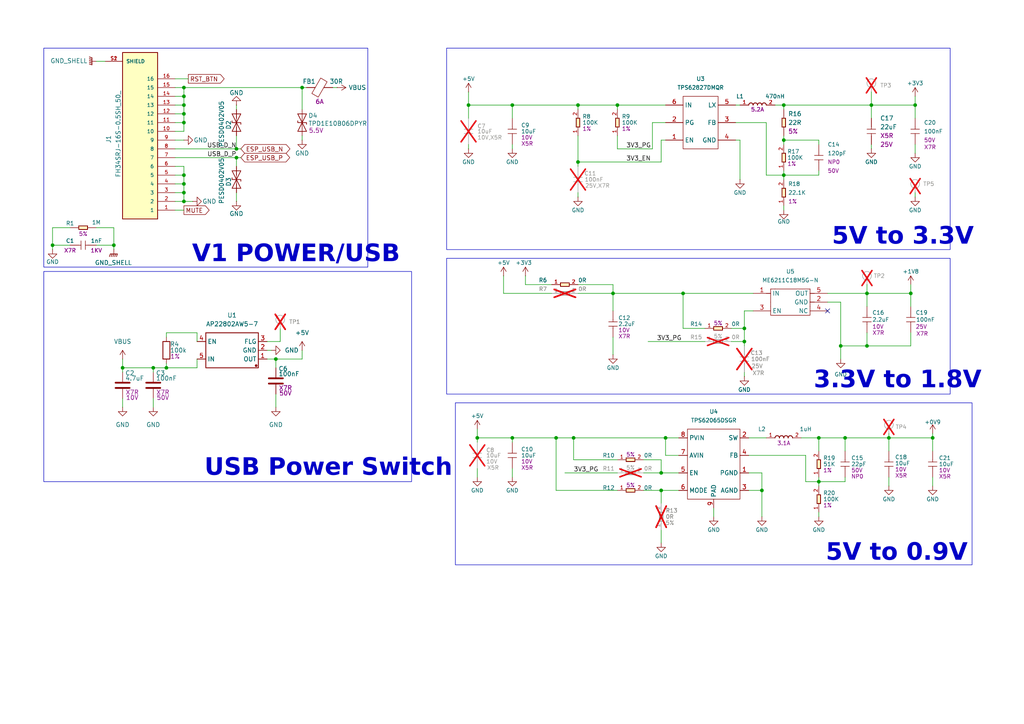
<source format=kicad_sch>
(kicad_sch (version 20250114) (generator "eeschema") (generator_version "9.0")
  (paper "A4")
  (title_block (title "Home mini drop in PCB replacement") (rev "v1") (company "by iMike78 (inpired by Onju voice and HA VPE)"))
  (rectangle (start 12.7 13.97) (end 106.68 77.47))
  (rectangle (start 129.54 74.93) (end 275.59 114.3))
  (rectangle (start 12.7 78.74) (end 119.38 139.7))
  (rectangle (start 132.08 116.84) (end 281.94 163.83))
  (rectangle (start 129.54 13.97) (end 275.59 72.39))
  (text "V1 POWER/USB" (at 85.852 75.184 0) (effects (font (size 5 5) (bold yes))))
  (text "USB Power Switch" (at 95.25 137.16 0) (effects (font (size 5 5) (bold yes))))
  (text "3.3V to 1.8V" (at 260.35 111.76 0) (effects (font (size 5 5) (bold yes))))
  (text "5V to 3.3V" (at 261.874 70.104 0) (effects (font (size 5 5) (bold yes))))
  (text "5V to 0.9V" (at 260.096 161.798 0) (effects (font (size 5 5) (bold yes))))
  (junction (at 53.34 33.02))
  (junction (at 167.64 30.48))
  (junction (at 251.46 85.09))
  (junction (at 237.49 127))
  (junction (at 80.01 104.14))
  (junction (at 265.43 30.48))
  (junction (at 243.84 100.33))
  (junction (at 53.34 30.48))
  (junction (at 193.04 127))
  (junction (at 166.37 127))
  (junction (at 220.98 142.24))
  (junction (at 87.63 25.4))
  (junction (at 135.89 30.48))
  (junction (at 227.33 40.64))
  (junction (at 215.9 95.25))
  (junction (at 48.26 106.68))
  (junction (at 33.02 71.12))
  (junction (at 53.34 53.34))
  (junction (at 264.16 85.09))
  (junction (at 161.29 127))
  (junction (at 237.49 139.7))
  (junction (at 138.43 127))
  (junction (at 148.59 30.48))
  (junction (at 68.58 43.18))
  (junction (at 227.33 30.48))
  (junction (at 215.9 99.06))
  (junction (at 68.58 45.72))
  (junction (at 53.34 27.94))
  (junction (at 191.77 142.24))
  (junction (at 270.51 127))
  (junction (at 53.34 58.42))
  (junction (at 251.46 100.33))
  (junction (at 148.59 127))
  (junction (at 198.12 85.09))
  (junction (at 167.64 46.99))
  (junction (at 53.34 35.56))
  (junction (at 44.45 106.68))
  (junction (at 53.34 55.88))
  (junction (at 257.81 127))
  (junction (at 252.73 30.48))
  (junction (at 191.77 137.16))
  (junction (at 227.33 50.8))
  (junction (at 15.24 71.12))
  (junction (at 245.11 127))
  (junction (at 35.56 106.68))
  (junction (at 53.34 25.4))
  (junction (at 53.34 50.8))
  (junction (at 179.07 30.48))
  (junction (at 177.8 85.09))
  (no_connect (at 240.03 90.17))
  (wire (pts (xy 191.77 153.67) (xy 191.77 157.48)))
  (wire (pts (xy 87.63 39.37) (xy 87.63 40.64)))
  (wire (pts (xy 213.36 35.56) (xy 222.25 35.56)))
  (wire (pts (xy 257.81 138.43) (xy 257.81 140.97)))
  (wire (pts (xy 220.98 142.24) (xy 220.98 149.86)))
  (wire (pts (xy 196.85 127) (xy 193.04 127)))
  (wire (pts (xy 237.49 49.53) (xy 237.49 50.8)))
  (wire (pts (xy 227.33 59.69) (xy 227.33 60.96)))
  (wire (pts (xy 148.59 127) (xy 148.59 128.27)))
  (wire (pts (xy 20.32 66.04) (xy 15.24 66.04)))
  (wire (pts (xy 48.26 105.41) (xy 48.26 106.68)))
  (wire (pts (xy 57.15 106.68) (xy 57.15 104.14)))
  (wire (pts (xy 44.45 106.68) (xy 48.26 106.68)))
  (wire (pts (xy 152.4 80.01) (xy 152.4 82.55)))
  (wire (pts (xy 177.8 97.79) (xy 177.8 102.87)))
  (wire (pts (xy 215.9 90.17) (xy 215.9 95.25)))
  (wire (pts (xy 251.46 82.55) (xy 251.46 85.09)))
  (wire (pts (xy 167.64 55.88) (xy 167.64 57.15)))
  (wire (pts (xy 68.58 31.75) (xy 68.58 30.48)))
  (wire (pts (xy 264.16 96.52) (xy 264.16 100.33)))
  (wire (pts (xy 191.77 40.64) (xy 193.04 40.64)))
  (wire (pts (xy 77.47 101.6) (xy 78.74 101.6)))
  (wire (pts (xy 245.11 127) (xy 245.11 130.81)))
  (wire (pts (xy 48.26 97.79) (xy 48.26 96.52)))
  (wire (pts (xy 189.23 35.56) (xy 189.23 43.18)))
  (wire (pts (xy 215.9 107.95) (xy 215.9 109.22)))
  (wire (pts (xy 163.83 137.16) (xy 179.07 137.16)))
  (wire (pts (xy 50.8 33.02) (xy 53.34 33.02)))
  (wire (pts (xy 270.51 138.43) (xy 270.51 140.97)))
  (wire (pts (xy 50.8 43.18) (xy 68.58 43.18)))
  (wire (pts (xy 68.58 55.88) (xy 68.58 58.42)))
  (wire (pts (xy 50.8 25.4) (xy 53.34 25.4)))
  (wire (pts (xy 53.34 50.8) (xy 53.34 53.34)))
  (wire (pts (xy 48.26 106.68) (xy 57.15 106.68)))
  (wire (pts (xy 232.41 127) (xy 237.49 127)))
  (wire (pts (xy 251.46 85.09) (xy 264.16 85.09)))
  (wire (pts (xy 35.56 115.57) (xy 35.56 118.11)))
  (wire (pts (xy 179.07 43.18) (xy 189.23 43.18)))
  (wire (pts (xy 50.8 40.64) (xy 53.34 40.64)))
  (wire (pts (xy 227.33 30.48) (xy 252.73 30.48)))
  (wire (pts (xy 161.29 127) (xy 166.37 127)))
  (wire (pts (xy 167.64 46.99) (xy 191.77 46.99)))
  (wire (pts (xy 53.34 58.42) (xy 55.88 58.42)))
  (wire (pts (xy 252.73 26.67) (xy 252.73 30.48)))
  (wire (pts (xy 50.8 48.26) (xy 53.34 48.26)))
  (wire (pts (xy 148.59 30.48) (xy 167.64 30.48)))
  (wire (pts (xy 251.46 85.09) (xy 251.46 88.9)))
  (wire (pts (xy 50.8 27.94) (xy 53.34 27.94)))
  (wire (pts (xy 264.16 82.55) (xy 264.16 85.09)))
  (wire (pts (xy 68.58 45.72) (xy 68.58 48.26)))
  (wire (pts (xy 252.73 30.48) (xy 265.43 30.48)))
  (wire (pts (xy 35.56 107.95) (xy 35.56 106.68)))
  (wire (pts (xy 179.07 30.48) (xy 179.07 31.75)))
  (wire (pts (xy 27.94 66.04) (xy 33.02 66.04)))
  (wire (pts (xy 191.77 142.24) (xy 196.85 142.24)))
  (wire (pts (xy 50.8 58.42) (xy 53.34 58.42)))
  (wire (pts (xy 50.8 35.56) (xy 53.34 35.56)))
  (wire (pts (xy 257.81 127) (xy 257.81 130.81)))
  (wire (pts (xy 224.79 30.48) (xy 227.33 30.48)))
  (wire (pts (xy 227.33 30.48) (xy 227.33 31.75)))
  (wire (pts (xy 252.73 41.91) (xy 252.73 43.18)))
  (wire (pts (xy 44.45 106.68) (xy 44.45 107.95)))
  (wire (pts (xy 217.17 137.16) (xy 220.98 137.16)))
  (wire (pts (xy 243.84 100.33) (xy 243.84 104.14)))
  (wire (pts (xy 204.47 95.25) (xy 198.12 95.25)))
  (wire (pts (xy 222.25 127) (xy 217.17 127)))
  (wire (pts (xy 50.8 55.88) (xy 53.34 55.88)))
  (wire (pts (xy 148.59 30.48) (xy 148.59 34.29)))
  (wire (pts (xy 243.84 87.63) (xy 240.03 87.63)))
  (wire (pts (xy 222.25 50.8) (xy 227.33 50.8)))
  (wire (pts (xy 77.47 99.06) (xy 81.28 99.06)))
  (wire (pts (xy 177.8 85.09) (xy 177.8 90.17)))
  (wire (pts (xy 187.96 99.06) (xy 204.47 99.06)))
  (wire (pts (xy 240.03 85.09) (xy 251.46 85.09)))
  (wire (pts (xy 148.59 127) (xy 161.29 127)))
  (wire (pts (xy 251.46 100.33) (xy 264.16 100.33)))
  (wire (pts (xy 227.33 50.8) (xy 227.33 52.07)))
  (wire (pts (xy 15.24 71.12) (xy 15.24 72.39)))
  (wire (pts (xy 218.44 90.17) (xy 215.9 90.17)))
  (wire (pts (xy 152.4 82.55) (xy 160.02 82.55)))
  (wire (pts (xy 53.34 27.94) (xy 53.34 30.48)))
  (wire (pts (xy 50.8 50.8) (xy 53.34 50.8)))
  (wire (pts (xy 191.77 133.35) (xy 191.77 137.16)))
  (wire (pts (xy 53.34 53.34) (xy 53.34 55.88)))
  (wire (pts (xy 135.89 41.91) (xy 135.89 43.18)))
  (wire (pts (xy 135.89 30.48) (xy 135.89 34.29)))
  (wire (pts (xy 186.69 133.35) (xy 191.77 133.35)))
  (wire (pts (xy 233.68 139.7) (xy 237.49 139.7)))
  (wire (pts (xy 193.04 132.08) (xy 193.04 127)))
  (wire (pts (xy 146.05 85.09) (xy 160.02 85.09)))
  (wire (pts (xy 237.49 50.8) (xy 227.33 50.8)))
  (wire (pts (xy 80.01 104.14) (xy 80.01 106.68)))
  (wire (pts (xy 50.8 60.96) (xy 53.34 60.96)))
  (wire (pts (xy 227.33 40.64) (xy 227.33 41.91)))
  (wire (pts (xy 53.34 33.02) (xy 53.34 35.56)))
  (wire (pts (xy 193.04 35.56) (xy 189.23 35.56)))
  (wire (pts (xy 15.24 71.12) (xy 20.32 71.12)))
  (wire (pts (xy 237.49 148.59) (xy 237.49 149.86)))
  (wire (pts (xy 270.51 125.73) (xy 270.51 127)))
  (wire (pts (xy 68.58 39.37) (xy 68.58 43.18)))
  (wire (pts (xy 237.49 41.91) (xy 237.49 40.64)))
  (wire (pts (xy 227.33 49.53) (xy 227.33 50.8)))
  (wire (pts (xy 252.73 30.48) (xy 252.73 34.29)))
  (wire (pts (xy 167.64 46.99) (xy 167.64 48.26)))
  (wire (pts (xy 53.34 25.4) (xy 87.63 25.4)))
  (wire (pts (xy 265.43 41.91) (xy 265.43 44.45)))
  (wire (pts (xy 53.34 25.4) (xy 53.34 27.94)))
  (wire (pts (xy 44.45 115.57) (xy 44.45 118.11)))
  (wire (pts (xy 48.26 96.52) (xy 57.15 96.52)))
  (wire (pts (xy 53.34 38.1) (xy 53.34 35.56)))
  (wire (pts (xy 217.17 142.24) (xy 220.98 142.24)))
  (wire (pts (xy 217.17 132.08) (xy 233.68 132.08)))
  (wire (pts (xy 237.49 127) (xy 237.49 130.81)))
  (wire (pts (xy 35.56 104.14) (xy 35.56 106.68)))
  (wire (pts (xy 265.43 30.48) (xy 265.43 34.29)))
  (wire (pts (xy 166.37 133.35) (xy 166.37 127)))
  (wire (pts (xy 243.84 87.63) (xy 243.84 100.33)))
  (wire (pts (xy 191.77 137.16) (xy 196.85 137.16)))
  (wire (pts (xy 138.43 124.46) (xy 138.43 127)))
  (wire (pts (xy 148.59 30.48) (xy 135.89 30.48)))
  (wire (pts (xy 186.69 142.24) (xy 191.77 142.24)))
  (wire (pts (xy 27.94 17.78) (xy 30.48 17.78)))
  (wire (pts (xy 148.59 135.89) (xy 148.59 138.43)))
  (wire (pts (xy 57.15 96.52) (xy 57.15 99.06)))
  (wire (pts (xy 245.11 127) (xy 237.49 127)))
  (wire (pts (xy 213.36 40.64) (xy 214.63 40.64)))
  (wire (pts (xy 215.9 95.25) (xy 215.9 99.06)))
  (wire (pts (xy 233.68 132.08) (xy 233.68 139.7)))
  (wire (pts (xy 270.51 127) (xy 270.51 130.81)))
  (wire (pts (xy 77.47 104.14) (xy 80.01 104.14)))
  (wire (pts (xy 177.8 82.55) (xy 177.8 85.09)))
  (wire (pts (xy 15.24 66.04) (xy 15.24 71.12)))
  (wire (pts (xy 167.64 85.09) (xy 177.8 85.09)))
  (wire (pts (xy 215.9 99.06) (xy 215.9 100.33)))
  (wire (pts (xy 53.34 30.48) (xy 53.34 33.02)))
  (wire (pts (xy 87.63 104.14) (xy 80.01 104.14)))
  (wire (pts (xy 167.64 39.37) (xy 167.64 46.99)))
  (wire (pts (xy 68.58 45.72) (xy 69.85 45.72)))
  (wire (pts (xy 222.25 35.56) (xy 222.25 50.8)))
  (wire (pts (xy 265.43 55.88) (xy 265.43 57.15)))
  (wire (pts (xy 212.09 99.06) (xy 215.9 99.06)))
  (wire (pts (xy 237.49 40.64) (xy 227.33 40.64)))
  (wire (pts (xy 87.63 25.4) (xy 87.63 31.75)))
  (wire (pts (xy 27.94 71.12) (xy 33.02 71.12)))
  (wire (pts (xy 264.16 85.09) (xy 264.16 88.9)))
  (wire (pts (xy 186.69 137.16) (xy 191.77 137.16)))
  (wire (pts (xy 68.58 43.18) (xy 69.85 43.18)))
  (wire (pts (xy 33.02 71.12) (xy 33.02 72.39)))
  (wire (pts (xy 50.8 38.1) (xy 53.34 38.1)))
  (wire (pts (xy 53.34 48.26) (xy 53.34 50.8)))
  (wire (pts (xy 166.37 127) (xy 193.04 127)))
  (wire (pts (xy 227.33 39.37) (xy 227.33 40.64)))
  (wire (pts (xy 35.56 106.68) (xy 44.45 106.68)))
  (wire (pts (xy 198.12 85.09) (xy 218.44 85.09)))
  (wire (pts (xy 138.43 127) (xy 148.59 127)))
  (wire (pts (xy 179.07 133.35) (xy 166.37 133.35)))
  (wire (pts (xy 207.01 147.32) (xy 207.01 149.86)))
  (wire (pts (xy 193.04 132.08) (xy 196.85 132.08)))
  (wire (pts (xy 146.05 80.01) (xy 146.05 85.09)))
  (wire (pts (xy 167.64 30.48) (xy 179.07 30.48)))
  (wire (pts (xy 213.36 30.48) (xy 214.63 30.48)))
  (wire (pts (xy 50.8 53.34) (xy 53.34 53.34)))
  (wire (pts (xy 245.11 138.43) (xy 245.11 139.7)))
  (wire (pts (xy 53.34 55.88) (xy 53.34 58.42)))
  (wire (pts (xy 50.8 30.48) (xy 53.34 30.48)))
  (wire (pts (xy 135.89 26.67) (xy 135.89 30.48)))
  (wire (pts (xy 96.52 25.4) (xy 97.79 25.4)))
  (wire (pts (xy 167.64 82.55) (xy 177.8 82.55)))
  (wire (pts (xy 161.29 142.24) (xy 161.29 127)))
  (wire (pts (xy 138.43 135.89) (xy 138.43 138.43)))
  (wire (pts (xy 50.8 45.72) (xy 68.58 45.72)))
  (wire (pts (xy 50.8 22.86) (xy 54.61 22.86)))
  (wire (pts (xy 212.09 95.25) (xy 215.9 95.25)))
  (wire (pts (xy 245.11 139.7) (xy 237.49 139.7)))
  (wire (pts (xy 179.07 30.48) (xy 193.04 30.48)))
  (wire (pts (xy 148.59 41.91) (xy 148.59 43.18)))
  (wire (pts (xy 198.12 95.25) (xy 198.12 85.09)))
  (wire (pts (xy 179.07 142.24) (xy 161.29 142.24)))
  (wire (pts (xy 237.49 139.7) (xy 237.49 140.97)))
  (wire (pts (xy 81.28 99.06) (xy 81.28 95.25)))
  (wire (pts (xy 33.02 66.04) (xy 33.02 71.12)))
  (wire (pts (xy 257.81 127) (xy 245.11 127)))
  (wire (pts (xy 167.64 30.48) (xy 167.64 31.75)))
  (wire (pts (xy 80.01 114.3) (xy 80.01 118.11)))
  (wire (pts (xy 265.43 27.94) (xy 265.43 30.48)))
  (wire (pts (xy 237.49 138.43) (xy 237.49 139.7)))
  (wire (pts (xy 177.8 85.09) (xy 198.12 85.09)))
  (wire (pts (xy 214.63 40.64) (xy 214.63 52.07)))
  (wire (pts (xy 191.77 40.64) (xy 191.77 46.99)))
  (wire (pts (xy 179.07 39.37) (xy 179.07 43.18)))
  (wire (pts (xy 87.63 101.6) (xy 87.63 104.14)))
  (wire (pts (xy 87.63 25.4) (xy 88.9 25.4)))
  (wire (pts (xy 251.46 96.52) (xy 251.46 100.33)))
  (wire (pts (xy 257.81 127) (xy 270.51 127)))
  (wire (pts (xy 257.81 125.73) (xy 257.81 127)))
  (wire (pts (xy 220.98 137.16) (xy 220.98 142.24)))
  (wire (pts (xy 251.46 100.33) (xy 243.84 100.33)))
  (wire (pts (xy 191.77 142.24) (xy 191.77 146.05)))
  (wire (pts (xy 138.43 127) (xy 138.43 128.27)))
  (label "3V3_PG" (at 190.5 99.06 0))
  (label "USB_D_N" (at 68.58 43.18 180))
  (label "USB_D_P" (at 68.58 45.72 180))
  (label "3V3_PG" (at 181.61 43.18 0))
  (label "3V3_EN" (at 181.61 46.99 0))
  (label "3V3_PG" (at 166.37 137.16 0))
  (global_label "ESP_USB_N" (shape bidirectional) (at 69.85 43.18 0) (property "Intersheetrefs" "${INTERSHEET_REFS}" (effects (hide yes))))
  (global_label "RST_BTN" (shape output) (at 54.61 22.86 0) (property "Intersheetrefs" "${INTERSHEET_REFS}" (effects (hide yes))))
  (global_label "MUTE" (shape output) (at 53.34 60.96 0) (property "Intersheetrefs" "${INTERSHEET_REFS}" (effects (hide yes))))
  (global_label "ESP_USB_P" (shape bidirectional) (at 69.85 45.72 0) (property "Intersheetrefs" "${INTERSHEET_REFS}" (effects (hide yes))))
  (symbol (lib_id "power:GND") (at 80.01 118.11 0) (unit 1)
    (property "Reference" "#PWR016" (effects (hide yes)))
    (property "Value" "GND" (at 80.01 123.19 0))
    (property "Description" "Power symbol creates a global label with name \"GND\" , ground" (effects (hide yes)))
  )
  (symbol (lib_id "Seeed_libdb:Capacitors/302010138") (at 265.43 38.1 0) (unit 1)
    (property "Reference" "C20" (at 267.97 35.5599 0) (effects (font (size 1.143 1.143)) (justify left)))
    (property "Value" "100nF" (at 267.97 38.0999 0) (effects (font (size 1.143 1.143)) (justify left)))
    (property "Footprint" "Capacitor_SMD:C_0603_1608Metric" (effects (hide yes)))
    (property "Description" "SMD CAP Ceramic 100nF-50V-10%-X7R;0603" (effects (hide yes)))
    (property "Manufacturer" "YAGEO" (effects (hide yes)))
    (property "MPN" "CC0603KRX7R9BB104" (effects (hide yes)))
    (property "SKU" "302010138" (effects (hide yes)))
    (property "Dielectric" "X7R" (at 269.748 42.672 0) (effects (font (size 1.143 1.143))))
    (property "Part Type" "Ceramic" (effects (hide yes)))
    (property "Voltage Rating" "50V" (at 267.97 40.6399 0) (effects (font (size 1.143 1.143)) (justify left)))
    (property "Temperature" "-55°C to 125°C" (effects (hide yes)))
    (property "LCSC Part #" "C14663" (effects (hide yes)))
    (property "Manufacturer Part" "CC0603KRX7R9BB104" (effects (hide yes)))
    (property "Voltage" "50V" (effects (hide yes)))
  )
  (symbol (lib_id "power:GND") (at 87.63 40.64 0) (unit 1)
    (property "Reference" "#PWR017" (effects (hide yes)))
    (property "Value" "GND" (at 87.63 44.45 0))
    (property "Description" "Power symbol creates a global label with name \"GND\" , ground" (effects (hide yes)))
  )
  (symbol (lib_id "Seeed_libdb:Capacitors/302013252") (at 148.59 38.1 0) (unit 1)
    (property "Reference" "C9" (at 151.13 36.322 0) (effects (font (size 1.143 1.143)) (justify left)))
    (property "Value" "10uF" (at 151.13 38.1 0) (effects (font (size 1.143 1.143)) (justify left)))
    (property "Footprint" "Capacitor_SMD:C_0603_1608Metric" (effects (hide yes)))
    (property "Description" "SMD CAP Ceramic 10uF-10V-10%-X5R;0603" (effects (hide yes)))
    (property "Manufacturer" "Samsung Electro-Mechanics" (effects (hide yes)))
    (property "MPN" "CL10A106KP8NNNC" (effects (hide yes)))
    (property "SKU" "302013252" (effects (hide yes)))
    (property "Dielectric" "X5R" (at 152.908 41.656 0) (effects (font (size 1.143 1.143))))
    (property "Part Type" "Ceramic" (effects (hide yes)))
    (property "Voltage Rating" "10V" (at 151.13 39.878 0) (effects (font (size 1.143 1.143)) (justify left)))
    (property "Temperature" "-55°C to 85°C" (effects (hide yes)))
    (property "LCSC Part #" "C19702" (effects (hide yes)))
    (property "Manufacturer Part" "CL10A106KP8NNNC" (effects (hide yes)))
    (property "Voltage" "10V" (effects (hide yes)))
  )
  (symbol (lib_id "power:GND") (at 220.98 149.86 0) (unit 1)
    (property "Reference" "#PWR034" (effects (hide yes)))
    (property "Value" "GND" (at 220.98 153.67 0) (effects (font (size 1.143 1.143))))
  )
  (symbol (lib_id "Seeed_libdb:Capacitors/302010054") (at 177.8 93.98 0) (unit 1)
    (property "Reference" "C12" (at 179.324 92.2021 0) (effects (font (size 1.143 1.143)) (justify left)))
    (property "Value" "2.2uF" (at 179.324 93.98 0) (effects (font (size 1.143 1.143)) (justify left)))
    (property "Footprint" "Capacitor_SMD:C_0603_1608Metric" (effects (hide yes)))
    (property "Description" "SMD CAP Ceramic 2.2uF-10V-10%-X7R;0603" (effects (hide yes)))
    (property "Manufacturer" "FH (Guangdong Fenghua Advanced Tech)" (effects (hide yes)))
    (property "MPN" "0603B225K160NT" (effects (hide yes)))
    (property "SKU" "302010054" (effects (hide yes)))
    (property "Dielectric" "X7R" (at 181.102 97.536 0) (effects (font (size 1.143 1.143))))
    (property "Part Type" "Ceramic" (effects (hide yes)))
    (property "Voltage Rating" "10V" (at 179.324 95.7581 0) (effects (font (size 1.143 1.143)) (justify left)))
    (property "Temperature" "-55°C to 125°C" (effects (hide yes)))
    (property "LCSC Part #" "C43922" (effects (hide yes)))
    (property "Manufacturer Part" "0603B225K160NT" (effects (hide yes)))
    (property "Voltage" "16V" (effects (hide yes)))
  )
  (symbol (lib_id "power:GND") (at 252.73 43.18 0) (unit 1)
    (property "Reference" "#PWR038" (effects (hide yes)))
    (property "Value" "GND" (at 252.73 46.99 0) (effects (font (size 1.143 1.143))))
  )
  (symbol (lib_id "Seeed_libdb:Inductor/303010172") (at 219.71 30.48 0) (unit 1)
    (property "Reference" "L1" (at 214.63 27.94 0) (effects (font (size 1.143 1.143))))
    (property "Value" "470nH" (at 224.79 27.94 0) (effects (font (size 1.143 1.143))))
    (property "Footprint" "OPL_Inductor:L0806" (effects (hide yes)))
    (property "Description" "SMD Innductor 0.47uH-20%;L2.0*W1.6*H1.0mm" (effects (hide yes)))
    (property "Manufacturer" "Sunlord" (effects (hide yes)))
    (property "MPN" "WPN201610MR47MT" (effects (hide yes)))
    (property "SKU" "303010172" (effects (hide yes)))
    (property "Part Type" "Inductor" (effects (hide yes)))
    (property "Rating" "5.2A" (at 219.71 31.75 0) (effects (font (size 1.143 1.143))))
    (property "Status" "BeagleBone Carrier Board" (effects (hide yes)))
    (property "LCSC Part #" "C97014" (effects (hide yes)))
    (property "Manufacturer Part" "WPN201610MR47MT" (effects (hide yes)))
  )
  (symbol (lib_id "Seeed_libadl:Resistors/301010000") (at 163.83 85.09 0) (unit 1) (dnp yes)
    (property "Reference" "R7" (at 157.48 83.82 0) (effects (font (size 1.143 1.143))))
    (property "Value" "0R" (at 168.91 83.82 0) (effects (font (size 1.143 1.143))))
    (property "Footprint" "Resistor_SMD:R_0402_1005Metric" (effects (hide yes)))
    (property "Description" "SMD RES 0R-5%-1/16W;0402" (effects (hide yes)))
    (property "Manufacturer" "YAGEO" (effects (hide yes)))
    (property "MPN" "RC0402JR-070RL" (effects (hide yes)))
    (property "SKU" "301010000" (effects (hide yes)))
    (property "Resistance" "0R" (effects (hide yes)))
    (property "Tolerance" "5%" (effects (hide yes)))
    (property "Part Type" "RES" (effects (hide yes)))
    (property "Temperature" "-55°C to 155°C" (effects (hide yes)))
  )
  (symbol (lib_id "0_Seeed_Misc:TEST-POINT") (at 265.43 53.34 90) (unit 1) (dnp yes)
    (property "Reference" "TP5" (at 267.716 53.34 90) (effects (font (size 1.143 1.143)) (justify right)))
    (property "Value" "TEST-POINT" (effects (hide yes)))
    (property "Footprint" "TestPoint:TestPoint_Pad_D1.0mm" (effects (hide yes)))
  )
  (symbol (lib_id "Seeed_libadl:Capacitors/302010024") (at 264.16 92.71 0) (unit 1)
    (property "Reference" "C19" (at 265.557 90.678 0) (effects (font (size 1.143 1.143)) (justify left)))
    (property "Value" "100nF" (at 265.684 92.71 0) (effects (font (size 1.143 1.143)) (justify left)))
    (property "Footprint" "Capacitor_SMD:C_0402_1005Metric" (effects (hide yes)))
    (property "Description" "SMD CAP Ceramic 100nF-25V-10%-X7R;0402" (effects (hide yes)))
    (property "Manufacturer" "Samsung Electro-Mechanics" (effects (hide yes)))
    (property "MPN" "CL05B104KO5NNNC" (effects (hide yes)))
    (property "SKU" "302010024" (effects (hide yes)))
    (property "Dielectric" "X7R" (at 267.462 96.774 0) (effects (font (size 1.143 1.143))))
    (property "Part Type" "Ceramic" (effects (hide yes)))
    (property "Voltage Rating" "25V" (at 265.557 94.742 0) (effects (font (size 1.143 1.143)) (justify left)))
    (property "Temperature" "-55°C to 125°C" (effects (hide yes)))
    (property "LCSC Part #" "C1525" (effects (hide yes)))
    (property "Manufacturer Part" "CL05B104KO5NNNC" (effects (hide yes)))
    (property "Voltage" "16V" (effects (hide yes)))
  )
  (symbol (lib_id "power:GND") (at 135.89 43.18 0) (unit 1)
    (property "Reference" "#PWR021" (effects (hide yes)))
    (property "Value" "GND" (at 135.89 46.99 0) (effects (font (size 1.143 1.143))))
  )
  (symbol (lib_id "power:+3V3") (at 152.4 80.01 0) (unit 1)
    (property "Reference" "#PWR027" (effects (hide yes)))
    (property "Value" "+3V3" (at 151.892 76.2 0) (effects (font (size 1.143 1.143))))
  )
  (symbol (lib_id "Seeed_libdb:Capacitors/302013252") (at 257.81 134.62 0) (unit 1)
    (property "Reference" "C18" (at 259.588 132.588 0) (effects (font (size 1.143 1.143)) (justify left)))
    (property "Value" "10uF" (at 259.588 134.366 0) (effects (font (size 1.143 1.143)) (justify left)))
    (property "Footprint" "Capacitor_SMD:C_0603_1608Metric" (effects (hide yes)))
    (property "Description" "SMD CAP Ceramic 10uF-10V-10%-X5R;0603" (effects (hide yes)))
    (property "Manufacturer" "Samsung Electro-Mechanics" (effects (hide yes)))
    (property "MPN" "CL10A106KP8NNNC" (effects (hide yes)))
    (property "SKU" "302013252" (effects (hide yes)))
    (property "Dielectric" "X5R" (at 261.366 137.922 0) (effects (font (size 1.143 1.143))))
    (property "Part Type" "Ceramic" (effects (hide yes)))
    (property "Voltage Rating" "10V" (at 259.588 136.144 0) (effects (font (size 1.143 1.143)) (justify left)))
    (property "Temperature" "-55°C to 85°C" (effects (hide yes)))
    (property "LCSC Part #" "C19702" (effects (hide yes)))
    (property "Manufacturer Part" "CL10A106KP8NNNC" (effects (hide yes)))
    (property "Voltage" "10V" (effects (hide yes)))
  )
  (symbol (lib_id "power:GND") (at 257.81 140.97 0) (unit 1)
    (property "Reference" "#PWR039" (effects (hide yes)))
    (property "Value" "GND" (at 257.81 144.78 0) (effects (font (size 1.143 1.143))))
  )
  (symbol (lib_id "Diode:SZESD9B5.0ST5G") (at 68.58 52.07 270) (unit 1)
    (property "Reference" "D3" (at 66.294 54.102 0) (effects (justify right)))
    (property "Value" "PESD0402V05" (at 64.262 59.182 0) (effects (justify right)))
    (property "Footprint" "Diode_SMD:D_0402_1005Metric" (effects (hide yes)))
    (property "Description" "PESD0402V05, 5V TVS, 0.3pF" (effects (hide yes)))
    (property "Function" "USB" (effects (hide yes)))
    (property "LCSC Part #" "C19626254" (effects (hide yes)))
    (property "Manufacturer" "DOWO" (effects (hide yes)))
    (property "Manufacturer Part" "PESD0402V05" (effects (hide yes)))
    (property "MPN" "PESD0402V05" (effects (hide yes)))
  )
  (symbol (lib_id "New_Library:AP22802AW5-7") (at 67.31 101.6 90) (unit 1)
    (property "Reference" "U1" (at 67.31 91.44 90))
    (property "Value" "AP22802AW5-7" (at 67.31 93.98 90))
    (property "Footprint" "Package_TO_SOT_SMD:SOT-23-5" (effects (hide yes)))
    (property "Manufacturer Part" "AP22802AW5-7" (effects (hide yes)))
    (property "Manufacturer" "DIODES(美台)" (effects (hide yes)))
    (property "Supplier Part" "C211404" (effects (hide yes)))
    (property "Supplier" "LCSC" (effects (hide yes)))
    (property "MANUFACTURER" "Diodes Incorporated" (effects (hide yes)))
    (property "MP" "AP22802AW5-7" (effects (hide yes)))
    (property "LCSC Part #" "C211404" (effects (hide yes)))
    (property "MPN" "AP22802AW5-7" (effects (hide yes)))
  )
  (symbol (lib_id "Seeed_libdb:Resistors/301010321") (at 24.13 66.04 0) (unit 1)
    (property "Reference" "R1" (at 20.32 64.77 0) (effects (font (size 1.143 1.143))))
    (property "Value" "1M" (at 27.94 64.516 0) (effects (font (size 1.143 1.143))))
    (property "Footprint" "Resistor_SMD:R_0805_2012Metric" (effects (hide yes)))
    (property "Description" "SMD RES 1M-5%-1/8W;0805" (effects (hide yes)))
    (property "Manufacturer" "YAGEO" (effects (hide yes)))
    (property "MPN" "RC0805JR-071ML" (effects (hide yes)))
    (property "SKU" "301010321" (effects (hide yes)))
    (property "Resistance" "1M" (effects (hide yes)))
    (property "Part Type" "RES" (effects (hide yes)))
    (property "Power Rating" "5%" (at 24.13 67.818 0) (effects (font (size 1.143 1.143))))
    (property "Status" "Combox Pro" (effects (hide yes)))
    (property "Temperature" "-55°C to 155°C" (effects (hide yes)))
    (property "LCSC Part #" "C107699" (effects (hide yes)))
    (property "Manufacturer Part" "RC0805JR-071ML" (effects (hide yes)))
  )
  (symbol (lib_id "Seeed_libdb:Capacitors/302013252") (at 148.59 132.08 0) (unit 1)
    (property "Reference" "C10" (at 151.13 130.302 0) (effects (font (size 1.143 1.143)) (justify left)))
    (property "Value" "10uF" (at 151.13 132.08 0) (effects (font (size 1.143 1.143)) (justify left)))
    (property "Footprint" "Capacitor_SMD:C_0603_1608Metric" (effects (hide yes)))
    (property "Description" "SMD CAP Ceramic 10uF-10V-10%-X5R;0603" (effects (hide yes)))
    (property "Manufacturer" "Samsung Electro-Mechanics" (effects (hide yes)))
    (property "MPN" "CL10A106KP8NNNC" (effects (hide yes)))
    (property "SKU" "302013252" (effects (hide yes)))
    (property "Dielectric" "X5R" (at 152.908 135.636 0) (effects (font (size 1.143 1.143))))
    (property "Part Type" "Ceramic" (effects (hide yes)))
    (property "Voltage Rating" "10V" (at 151.13 133.858 0) (effects (font (size 1.143 1.143)) (justify left)))
    (property "Temperature" "-55°C to 85°C" (effects (hide yes)))
    (property "LCSC Part #" "C19702" (effects (hide yes)))
    (property "Manufacturer Part" "CL10A106KP8NNNC" (effects (hide yes)))
    (property "Voltage" "10V" (effects (hide yes)))
  )
  (symbol (lib_id "power:GND") (at 237.49 149.86 0) (unit 1)
    (property "Reference" "#PWR036" (effects (hide yes)))
    (property "Value" "GND" (at 237.49 153.67 0) (effects (font (size 1.143 1.143))))
  )
  (symbol (lib_id "power:GND") (at 55.88 58.42 90) (unit 1)
    (property "Reference" "#PWR08" (effects (hide yes)))
    (property "Value" "GND" (at 58.674 58.42 90) (effects (justify right)))
    (property "Description" "Power symbol creates a global label with name \"GND\" , ground" (effects (hide yes)))
  )
  (symbol (lib_id "Seeed_libdb:Ic/TPS62827DMQR") (at 203.2 35.56 0) (unit 1)
    (property "Reference" "U3" (at 203.2 22.86 0) (effects (font (size 1.143 1.143))))
    (property "Value" "TPS62827DMQR" (at 203.2 25.4 0) (effects (font (size 1.143 1.143))))
    (property "Footprint" "Onju:DFN6-0.5-1.5X1.5X0.65MM" (effects (hide yes)))
    (property "Description" "SMD IC PMIC;DC-DC Buck-ADJ-4A,Vin 2.4V to 5.5V,Vout 0.6V to 4V;DFN6" (effects (hide yes)))
    (property "Manufacturer" "Texas Instruments" (effects (hide yes)))
    (property "MPN" "TPS62827DMQR" (effects (hide yes)))
    (property "SKU" "310033232" (effects (hide yes)))
    (property "Part Type" "DCDC" (effects (hide yes)))
    (property "Temperature" "-40°C to 125°C" (effects (hide yes)))
    (property "LCSC Part #" "C2071448" (effects (hide yes)))
    (property "Manufacturer Part" "TPS62827DMQR" (effects (hide yes)))
  )
  (symbol (lib_id "Seeed_libadl:Capacitors/302010018") (at 245.11 134.62 0) (unit 1)
    (property "Reference" "C15" (at 246.888 132.842 0) (effects (font (size 1.143 1.143)) (justify left)))
    (property "Value" "22pF" (at 246.888 134.62 0) (effects (font (size 1.143 1.143)) (justify left)))
    (property "Footprint" "Capacitor_SMD:C_0402_1005Metric" (effects (hide yes)))
    (property "Description" "SMD CAP Ceramic 22pF-50V-5%-NPO;0402" (effects (hide yes)))
    (property "Manufacturer" "FH (Guangdong Fenghua Advanced Tech)" (effects (hide yes)))
    (property "MPN" "0402CG220J500NT" (effects (hide yes)))
    (property "SKU" "302010018" (effects (hide yes)))
    (property "Dielectric" "NP0" (at 248.666 138.176 0) (effects (font (size 1.143 1.143))))
    (property "Part Type" "Ceramic" (effects (hide yes)))
    (property "Voltage Rating" "50V" (at 246.888 136.398 0) (effects (font (size 1.143 1.143)) (justify left)))
    (property "Temperature" "-55°C to 125°C" (effects (hide yes)))
    (property "LCSC Part #" "C1555" (effects (hide yes)))
    (property "Manufacturer Part" "0402CG220J500NT" (effects (hide yes)))
    (property "Voltage" "50V" (effects (hide yes)))
  )
  (symbol (lib_id "Device:FerriteBead") (at 92.71 25.4 90) (unit 1)
    (property "Reference" "FB1" (at 89.662 23.622 90))
    (property "Value" "30R" (at 97.536 23.622 90))
    (property "Footprint" "Onju:BLM18PG300SN1D" (effects (hide yes)))
    (property "Description" "Ferrite bead, 30Ω @ 100MHz, 6A" (effects (hide yes)))
    (property "Function" "USB" (effects (hide yes)))
    (property "Current" "6A" (at 92.71 29.464 90))
    (property "Part number" "BLM18PG300SN1D" (effects (hide yes)))
    (property "Manufacturer" "Murata" (effects (hide yes)))
    (property "LCSC Part #" "C17305" (effects (hide yes)))
    (property "Manufacturer Part" "BLM18PG300SN1D" (effects (hide yes)))
    (property "MPN" "BLM18PG300SN1D" (effects (hide yes)))
  )
  (symbol (lib_id "power:GND") (at 215.9 109.22 0) (unit 1)
    (property "Reference" "#PWR033" (effects (hide yes)))
    (property "Value" "GND" (at 215.9 113.03 0) (effects (font (size 1.143 1.143))))
  )
  (symbol (lib_id "Device:C") (at 35.56 111.76 0) (unit 1)
    (property "Reference" "C2" (at 36.322 108.204 0) (effects (justify left)))
    (property "Value" "4.7uF" (at 36.322 109.728 0) (effects (justify left)))
    (property "Footprint" "Capacitor_SMD:C_0603_1608Metric" (effects (hide yes)))
    (property "Description" "Unpolarized capacitor" (effects (hide yes)))
    (property "Dielectric" "X7R" (at 38.354 113.792 0))
    (property "Voltage" "10V" (at 38.354 115.316 0))
    (property "Function" "USB" (effects (hide yes)))
    (property "Supplier Part" "C913474" (effects (hide yes)))
    (property "Manufacturer" "Murata Electronics" (effects (hide yes)))
    (property "Manufacturer Part" "GRM188Z71A475KE15D" (effects (hide yes)))
    (property "LCSC Part #" "C913474" (effects (hide yes)))
    (property "MPN" "GRM188Z71A475KE15D" (effects (hide yes)))
  )
  (symbol (lib_id "Seeed_libadl:Capacitors/302010024") (at 215.9 104.14 0) (unit 1) (dnp yes)
    (property "Reference" "C13" (at 217.678 102.362 0) (effects (font (size 1.143 1.143)) (justify left)))
    (property "Value" "100nF" (at 217.805 104.14 0) (effects (font (size 1.143 1.143)) (justify left)))
    (property "Footprint" "Capacitor_SMD:C_0402_1005Metric" (effects (hide yes)))
    (property "Description" "SMD CAP Ceramic 100nF-25V-10%-X7R;0402" (effects (hide yes)))
    (property "Manufacturer" "YAGEO" (effects (hide yes)))
    (property "MPN" "CC0402KRX7R8BB104" (effects (hide yes)))
    (property "SKU" "302010024" (effects (hide yes)))
    (property "Dielectric" "X7R" (at 219.964 108.204 0) (effects (font (size 1.143 1.143))))
    (property "Part Type" "Ceramic" (effects (hide yes)))
    (property "Voltage Rating" "25V" (at 217.932 106.172 0) (effects (font (size 1.143 1.143)) (justify left)))
    (property "Temperature" "-55°C to 125°C" (effects (hide yes)))
  )
  (symbol (lib_id "Seeed_libadl:Resistors/301010456") (at 227.33 45.72 90) (unit 1)
    (property "Reference" "R17" (at 228.346 43.942 90) (effects (font (size 1.143 1.143)) (justify right)))
    (property "Value" "100K" (at 228.346 45.72 90) (effects (font (size 1.143 1.143)) (justify right)))
    (property "Footprint" "Resistor_SMD:R_0402_1005Metric" (effects (hide yes)))
    (property "Description" "SMD RES 100K-1%-1/16W;0402" (effects (hide yes)))
    (property "Manufacturer" "UNI-ROYAL(Uniroyal Elec)" (effects (hide yes)))
    (property "MPN" "0402WGJ0104TCE" (effects (hide yes)))
    (property "SKU" "301010456" (effects (hide yes)))
    (property "Resistance" "100K" (effects (hide yes)))
    (property "Part Type" "RES" (effects (hide yes)))
    (property "Power Rating" "1%" (at 228.346 47.498 90) (effects (font (size 1.143 1.143)) (justify right)))
    (property "Status" "BeagleBone Carrier Board" (effects (hide yes)))
    (property "Temperature" "-55°C to 155°C" (effects (hide yes)))
    (property "LCSC Part #" "C25530" (effects (hide yes)))
    (property "Manufacturer Part" "0402WGJ0104TCE" (effects (hide yes)))
  )
  (symbol (lib_id "power:+5V") (at 138.43 124.46 0) (unit 1)
    (property "Reference" "#PWR022" (effects (hide yes)))
    (property "Value" "+5V" (at 138.43 120.65 0) (effects (font (size 1.143 1.143))))
  )
  (symbol (lib_id "Seeed_libdb:Capacitors/302013260") (at 252.73 38.1 0) (unit 1)
    (property "Reference" "C17" (at 255.27 34.2899 0) (effects (justify left)))
    (property "Value" "22uF" (at 255.27 36.8299 0) (effects (justify left)))
    (property "Footprint" "Capacitor_SMD:C_0805_2012Metric" (effects (hide yes)))
    (property "Description" "SMD CAP Ceramic 22uF-25V-20%-X5R;0805" (effects (hide yes)))
    (property "Manufacturer" "Samsung Electro-Mechanics" (effects (hide yes)))
    (property "MPN" "CL21A226MAQNNNE" (effects (hide yes)))
    (property "SKU" "302013260" (effects (hide yes)))
    (property "Dielectric" "X5R" (at 255.27 39.3699 0) (effects (justify left)))
    (property "Part Type" "Ceramic" (effects (hide yes)))
    (property "Voltage Rating" "25V" (at 255.27 41.9099 0) (effects (justify left)))
    (property "Temperature" "-55°C to 85°C" (effects (hide yes)))
    (property "LCSC Part #" "C45783" (effects (hide yes)))
    (property "Manufacturer Part" "CL21A226MAQNNNE" (effects (hide yes)))
    (property "Voltage" "25V" (effects (hide yes)))
  )
  (symbol (lib_id "Seeed_libadl:Resistors/301010456") (at 179.07 35.56 90) (unit 1)
    (property "Reference" "R9" (at 180.34 33.782 90) (effects (font (size 1.143 1.143)) (justify right)))
    (property "Value" "100K" (at 180.34 35.56 90) (effects (font (size 1.143 1.143)) (justify right)))
    (property "Footprint" "Resistor_SMD:R_0402_1005Metric" (effects (hide yes)))
    (property "Description" "SMD RES 100K-1%-1/16W;0402" (effects (hide yes)))
    (property "Manufacturer" "UNI-ROYAL(Uniroyal Elec)" (effects (hide yes)))
    (property "MPN" "0402WGJ0104TCE" (effects (hide yes)))
    (property "SKU" "301010456" (effects (hide yes)))
    (property "Resistance" "100K" (effects (hide yes)))
    (property "Part Type" "RES" (effects (hide yes)))
    (property "Power Rating" "1%" (at 180.34 37.338 90) (effects (font (size 1.143 1.143)) (justify right)))
    (property "Status" "BeagleBone Carrier Board" (effects (hide yes)))
    (property "Temperature" "-55°C to 155°C" (effects (hide yes)))
    (property "LCSC Part #" "C25530" (effects (hide yes)))
    (property "Manufacturer Part" "0402WGJ0104TCE" (effects (hide yes)))
  )
  (symbol (lib_id "Device:C") (at 80.01 110.49 0) (unit 1)
    (property "Reference" "C6" (at 80.772 106.934 0) (effects (justify left)))
    (property "Value" "100nF" (at 80.772 108.458 0) (effects (justify left)))
    (property "Footprint" "Capacitor_SMD:C_0603_1608Metric" (effects (hide yes)))
    (property "Description" "Unpolarized capacitor" (effects (hide yes)))
    (property "Dielectric" "X7R" (at 82.804 112.522 0))
    (property "Voltage" "50V" (at 82.804 114.046 0))
    (property "Function" "USB" (effects (hide yes)))
    (property "Supplier Part" "C14663" (effects (hide yes)))
    (property "Manufacturer" "YAGEO" (effects (hide yes)))
    (property "Manufacturer Part" "CC0603KRX7R9BB104" (effects (hide yes)))
    (property "LCSC Part #" "C14663" (effects (hide yes)))
    (property "MPN" "CC0603KRX7R9BB104" (effects (hide yes)))
  )
  (symbol (lib_id "power:GND") (at 167.64 57.15 0) (unit 1)
    (property "Reference" "#PWR028" (effects (hide yes)))
    (property "Value" "GND" (at 167.64 60.96 0) (effects (font (size 1.143 1.143))))
  )
  (symbol (lib_id "power:GND") (at 138.43 138.43 0) (unit 1)
    (property "Reference" "#PWR023" (effects (hide yes)))
    (property "Value" "GND" (at 138.43 142.24 0) (effects (font (size 1.143 1.143))))
  )
  (symbol (lib_id "power:GND") (at 148.59 43.18 0) (unit 1)
    (property "Reference" "#PWR025" (effects (hide yes)))
    (property "Value" "GND" (at 148.59 46.99 0) (effects (font (size 1.143 1.143))))
  )
  (symbol (lib_id "power:+5V") (at 87.63 101.6 0) (unit 1)
    (property "Reference" "#PWR018" (effects (hide yes)))
    (property "Value" "+5V" (at 87.63 96.52 0))
    (property "Description" "Power symbol creates a global label with name \"+5V\"" (effects (hide yes)))
  )
  (symbol (lib_id "0_Seeed_Misc:TEST-POINT") (at 257.81 123.19 90) (unit 1) (dnp yes)
    (property "Reference" "TP4" (at 259.715 123.825 90) (effects (font (size 1.143 1.143)) (justify right)))
    (property "Value" "TEST-POINT" (effects (hide yes)))
    (property "Footprint" "TestPoint:TestPoint_Pad_D1.0mm" (effects (hide yes)))
  )
  (symbol (lib_id "Device:C") (at 44.45 111.76 0) (unit 1)
    (property "Reference" "C3" (at 45.212 108.204 0) (effects (justify left)))
    (property "Value" "100nF" (at 45.212 109.728 0) (effects (justify left)))
    (property "Footprint" "Capacitor_SMD:C_0603_1608Metric" (effects (hide yes)))
    (property "Description" "Unpolarized capacitor" (effects (hide yes)))
    (property "Dielectric" "X7R" (at 47.244 113.792 0))
    (property "Voltage" "50V" (at 47.244 115.316 0))
    (property "Function" "USB" (effects (hide yes)))
    (property "Supplier Part" "C14663" (effects (hide yes)))
    (property "Manufacturer" "YAGEO" (effects (hide yes)))
    (property "Manufacturer Part" "CC0603KRX7R9BB104" (effects (hide yes)))
    (property "LCSC Part #" "C14663" (effects (hide yes)))
    (property "MPN" "CC0603KRX7R9BB104" (effects (hide yes)))
  )
  (symbol (lib_id "Seeed_libadl:Resistors/301010000") (at 182.88 142.24 0) (unit 1)
    (property "Reference" "R12" (at 176.53 141.478 0) (effects (font (size 1.143 1.143))))
    (property "Value" "0R" (at 187.96 141.478 0) (effects (font (size 1.143 1.143))))
    (property "Footprint" "Resistor_SMD:R_0402_1005Metric" (effects (hide yes)))
    (property "Description" "SMD RES 0R-5%-1/16W;0402" (effects (hide yes)))
    (property "Manufacturer" "UNI-ROYAL(Uniroyal Elec)" (effects (hide yes)))
    (property "MPN" "0402WGF0000TCE" (effects (hide yes)))
    (property "SKU" "301010000" (effects (hide yes)))
    (property "Resistance" "0R" (effects (hide yes)))
    (property "Tolerance" "5%" (at 182.88 140.716 0) (effects (font (size 1.143 1.143))))
    (property "Part Type" "RES" (effects (hide yes)))
    (property "Temperature" "-55°C to 155°C" (effects (hide yes)))
    (property "LCSC Part #" "C17168" (effects (hide yes)))
    (property "Manufacturer Part" "0402WGF0000TCE" (effects (hide yes)))
  )
  (symbol (lib_id "0_Seeed_Misc:TEST-POINT") (at 251.46 80.01 90) (unit 1) (dnp yes)
    (property "Reference" "TP2" (at 253.365 80.01 90) (effects (font (size 1.143 1.143)) (justify right)))
    (property "Value" "TEST-POINT" (effects (hide yes)))
    (property "Footprint" "TestPoint:TestPoint_Pad_D1.0mm" (effects (hide yes)))
  )
  (symbol (lib_id "Seeed_libadl:Resistors/301010000") (at 208.28 99.06 0) (unit 1) (dnp yes)
    (property "Reference" "R15" (at 201.93 97.79 0) (effects (font (size 1.143 1.143))))
    (property "Value" "0R" (at 213.36 97.79 0) (effects (font (size 1.143 1.143))))
    (property "Footprint" "Resistor_SMD:R_0402_1005Metric" (effects (hide yes)))
    (property "Description" "SMD RES 0R-5%-1/16W;0402" (effects (hide yes)))
    (property "Manufacturer" "YAGEO" (effects (hide yes)))
    (property "MPN" "RC0402JR-070RL" (effects (hide yes)))
    (property "SKU" "301010000" (effects (hide yes)))
    (property "Resistance" "0R" (effects (hide yes)))
    (property "Tolerance" "5%" (at 208.28 97.536 0) (effects (font (size 1.143 1.143))))
    (property "Part Type" "RES" (effects (hide yes)))
    (property "Temperature" "-55°C to 155°C" (effects (hide yes)))
  )
  (symbol (lib_id "Power_Gnd:GNDPWR") (at 27.94 17.78 270) (unit 1)
    (property "Reference" "#PWR03" (effects (hide yes)))
    (property "Value" "GND_SHELL" (at 25.4 17.6529 90) (effects (justify right)))
    (property "Description" "Power symbol creates a global label with name \"GNDPWR\" , global ground" (effects (hide yes)))
  )
  (symbol (lib_id "Seeed_libadl:Resistors/301010456") (at 237.49 144.78 90) (unit 1)
    (property "Reference" "R20" (at 238.76 143.002 90) (effects (font (size 1.143 1.143)) (justify right)))
    (property "Value" "100K" (at 238.76 144.78 90) (effects (font (size 1.143 1.143)) (justify right)))
    (property "Footprint" "Resistor_SMD:R_0402_1005Metric" (effects (hide yes)))
    (property "Description" "SMD RES 100K-1%-1/16W;0402" (effects (hide yes)))
    (property "Manufacturer" "UNI-ROYAL(Uniroyal Elec)" (effects (hide yes)))
    (property "MPN" "0402WGJ0104TCE" (effects (hide yes)))
    (property "SKU" "301010456" (effects (hide yes)))
    (property "Resistance" "100K" (effects (hide yes)))
    (property "Tolerance" "1%" (at 240.03 146.558 90) (effects (font (size 1.143 1.143))))
    (property "Part Type" "RES" (effects (hide yes)))
    (property "Temperature" "-55°C to 155°C" (effects (hide yes)))
    (property "LCSC Part #" "C25530" (effects (hide yes)))
    (property "Manufacturer Part" "0402WGJ0104TCE" (effects (hide yes)))
  )
  (symbol (lib_id "Seeed_libadl:Capacitors/302010024") (at 167.64 52.07 0) (unit 1) (dnp yes)
    (property "Reference" "C11" (at 169.418 50.292 0) (effects (font (size 1.143 1.143)) (justify left)))
    (property "Value" "100nF" (at 169.545 52.07 0) (effects (font (size 1.143 1.143)) (justify left)))
    (property "Footprint" "Capacitor_SMD:C_0402_1005Metric" (effects (hide yes)))
    (property "Description" "SMD CAP Ceramic 100nF-25V-10%-X7R;0402" (effects (hide yes)))
    (property "Manufacturer" "YAGEO" (effects (hide yes)))
    (property "MPN" "CC0402KRX7R8BB104" (effects (hide yes)))
    (property "SKU" "302010024" (effects (hide yes)))
    (property "Part Type" "Ceramic" (effects (hide yes)))
    (property "Voltage Rating" "25V,X7R" (at 169.672 53.848 0) (effects (font (size 1.143 1.143)) (justify left)))
    (property "Status" "BeagleBone Carrier Board" (effects (hide yes)))
    (property "Temperature" "-55°C to 125°C" (effects (hide yes)))
  )
  (symbol (lib_id "Diode:SZESD9B5.0ST5G") (at 68.58 35.56 270) (unit 1)
    (property "Reference" "D2" (at 66.294 37.592 0) (effects (justify right)))
    (property "Value" "PESD0402V05" (at 64.262 42.672 0) (effects (justify right)))
    (property "Footprint" "Diode_SMD:D_0402_1005Metric" (effects (hide yes)))
    (property "Description" "PESD0402V05, 5V TVS, 0.3pF" (effects (hide yes)))
    (property "Function" "USB" (effects (hide yes)))
    (property "LCSC Part #" "C19626254" (effects (hide yes)))
    (property "Manufacturer" "DOWO" (effects (hide yes)))
    (property "Manufacturer Part" "PESD0402V05" (effects (hide yes)))
    (property "MPN" "PESD0402V05" (effects (hide yes)))
  )
  (symbol (lib_id "Seeed_libdb:Resistors/301010002") (at 227.33 35.56 90) (unit 1)
    (property "Reference" "R16" (at 228.6 33.0199 90) (effects (justify right)))
    (property "Value" "22R" (at 228.6 35.5599 90) (effects (justify right)))
    (property "Footprint" "Resistor_SMD:R_0402_1005Metric" (effects (hide yes)))
    (property "Description" "SMD RES 22R-5%-1/16W;0402" (effects (hide yes)))
    (property "Manufacturer" "UNI-ROYAL(Uniroyal Elec)" (effects (hide yes)))
    (property "MPN" "0402WGF220JTCE" (effects (hide yes)))
    (property "SKU" "301010002" (effects (hide yes)))
    (property "Resistance" "22R" (effects (hide yes)))
    (property "Part Type" "RES" (effects (hide yes)))
    (property "Power Rating" "5%" (at 228.6 38.0999 90) (effects (justify right)))
    (property "Status" "BeagleBone Carrier Board" (effects (hide yes)))
    (property "Temperature" "-55°C to 155°C" (effects (hide yes)))
    (property "LCSC Part #" "C25092" (effects (hide yes)))
    (property "Manufacturer Part" "0402WGF220JTCE" (effects (hide yes)))
  )
  (symbol (lib_id "Seeed_libdb:Ic/TPS62065DSGR") (at 207.01 134.62 0) (unit 1)
    (property "Reference" "U4" (at 207.01 119.38 0) (effects (font (size 1.143 1.143))))
    (property "Value" "TPS62065DSGR" (at 207.01 121.92 0) (effects (font (size 1.143 1.143))))
    (property "Footprint" "Onju:TPS62065DSGR" (effects (hide yes)))
    (property "Description" "SMD IC PMIC;DC-DC Buck-ADJ-2A,Vin 2.9V to 6V,Vout 0.8V to VIN;DFN(2*2)-8" (effects (hide yes)))
    (property "Manufacturer" "Texas Instruments" (effects (hide yes)))
    (property "MPN" "TPS62065DSGR" (effects (hide yes)))
    (property "SKU" "310033233" (effects (hide yes)))
    (property "Part Type" "DCDC" (effects (hide yes)))
    (property "Status" "Voice Kit" (effects (hide yes)))
    (property "Temperature" "-40°C to 125°C" (effects (hide yes)))
    (property "LCSC Part #" "C398352" (effects (hide yes)))
    (property "Manufacturer Part" "TPS62065DSGR" (effects (hide yes)))
  )
  (symbol (lib_id "Seeed_libdb:Capacitors/302010189") (at 24.13 71.12 90) (unit 1)
    (property "Reference" "C1" (at 20.32 69.85 90) (effects (font (size 1.143 1.143))))
    (property "Value" "1nF" (at 27.94 69.85 90) (effects (font (size 1.143 1.143))))
    (property "Footprint" "Capacitor_SMD:C_1206_3216Metric" (effects (hide yes)))
    (property "Description" "SMD CAP Ceramic 1nF-1KV-10%-X7R;1206" (effects (hide yes)))
    (property "Manufacturer" "FH (Guangdong Fenghua Advanced Tech)" (effects (hide yes)))
    (property "MPN" "1206B102K202NT" (effects (hide yes)))
    (property "SKU" "302010189" (effects (hide yes)))
    (property "Dielectric" "X7R" (at 20.32 72.644 90) (effects (font (size 1.143 1.143))))
    (property "Part Type" "Ceramic" (effects (hide yes)))
    (property "Voltage Rating" "1KV" (at 27.94 72.644 90) (effects (font (size 1.143 1.143))))
    (property "Status" "BeagleBone Carrier Board" (effects (hide yes)))
    (property "Temperature" "-55°C to 125°C" (effects (hide yes)))
    (property "LCSC Part #" "C9196" (effects (hide yes)))
    (property "Manufacturer Part" "1206B102K202NT" (effects (hide yes)))
    (property "Voltage" "2kV" (effects (hide yes)))
  )
  (symbol (lib_id "power:GND") (at 270.51 140.97 0) (unit 1)
    (property "Reference" "#PWR045" (effects (hide yes)))
    (property "Value" "GND" (at 270.51 144.78 0) (effects (font (size 1.143 1.143))))
  )
  (symbol (lib_id "power:+3V3") (at 265.43 27.94 0) (unit 1)
    (property "Reference" "#PWR041" (effects (hide yes)))
    (property "Value" "+3V3" (at 265.43 24.13 0) (effects (font (size 1.143 1.143))))
  )
  (symbol (lib_id "power:GND") (at 35.56 118.11 0) (unit 1)
    (property "Reference" "#PWR06" (effects (hide yes)))
    (property "Value" "GND" (at 35.56 123.19 0))
    (property "Description" "Power symbol creates a global label with name \"GND\" , ground" (effects (hide yes)))
  )
  (symbol (lib_id "Seeed_libdb:Capacitors/302013252") (at 135.89 38.1 0) (unit 1) (dnp yes)
    (property "Reference" "C7" (at 138.43 36.576 0) (effects (font (size 1.143 1.143)) (justify left)))
    (property "Value" "10uF" (at 138.43 38.1 0) (effects (font (size 1.143 1.143)) (justify left)))
    (property "Footprint" "Capacitor_SMD:C_0603_1608Metric" (effects (hide yes)))
    (property "Description" "SMD CAP Ceramic 10uF-10V-10%-X5R;0603" (effects (hide yes)))
    (property "Manufacturer" "Samsung" (effects (hide yes)))
    (property "MPN" "CL10A106KP8NNNC" (effects (hide yes)))
    (property "SKU" "302013252" (effects (hide yes)))
    (property "Part Type" "Ceramic" (effects (hide yes)))
    (property "Voltage Rating" "10V,X5R" (at 138.43 39.878 0) (effects (font (size 1.143 1.143)) (justify left)))
    (property "Status" "HA VOICE KIT" (effects (hide yes)))
    (property "Temperature" "-55°C to 85°C" (effects (hide yes)))
  )
  (symbol (lib_id "Seeed_libadl:Resistors/301010051") (at 237.49 134.62 90) (unit 1)
    (property "Reference" "R19" (at 238.76 132.842 90) (effects (font (size 1.143 1.143)) (justify right)))
    (property "Value" "51K" (at 238.76 134.62 90) (effects (font (size 1.143 1.143)) (justify right)))
    (property "Footprint" "Resistor_SMD:R_0402_1005Metric" (effects (hide yes)))
    (property "Description" "SMD RES 51K-1%-1/10W;0402" (effects (hide yes)))
    (property "Manufacturer" "UNI-ROYAL(Uniroyal Elec)" (effects (hide yes)))
    (property "MPN" "0402WGF5102TCE" (effects (hide yes)))
    (property "SKU" "301013788" (effects (hide yes)))
    (property "Resistance" "51K" (effects (hide yes)))
    (property "Tolerance" "1%" (at 240.03 136.398 90) (effects (font (size 1.143 1.143))))
    (property "Part Type" "RES" (effects (hide yes)))
    (property "Temperature" "-40°C to 85℃" (effects (hide yes)))
    (property "LCSC Part #" "C25794" (effects (hide yes)))
    (property "Manufacturer Part" "0402WGF5102TCE" (effects (hide yes)))
  )
  (symbol (lib_id "power:+1V0") (at 270.51 125.73 0) (unit 1)
    (property "Reference" "#PWR044" (effects (hide yes)))
    (property "Value" "+0V9" (at 270.51 122.428 0) (effects (font (size 1.143 1.143))))
    (property "Description" "Power symbol creates a global label with name \"+1V0\"" (effects (hide yes)))
  )
  (symbol (lib_id "power:GND") (at 227.33 60.96 0) (unit 1)
    (property "Reference" "#PWR035" (effects (hide yes)))
    (property "Value" "GND" (at 227.33 64.262 0) (effects (font (size 1.143 1.143))))
  )
  (symbol (lib_id "power:+5V") (at 146.05 80.01 0) (unit 1)
    (property "Reference" "#PWR024" (effects (hide yes)))
    (property "Value" "+5V" (at 146.05 76.2 0) (effects (font (size 1.143 1.143))))
  )
  (symbol (lib_id "power:GND") (at 265.43 57.15 0) (unit 1)
    (property "Reference" "#PWR043" (effects (hide yes)))
    (property "Value" "GND" (at 265.43 60.96 0) (effects (font (size 1.143 1.143))))
  )
  (symbol (lib_id "power:GND") (at 191.77 157.48 0) (unit 1)
    (property "Reference" "#PWR030" (effects (hide yes)))
    (property "Value" "GND" (at 191.77 161.29 0) (effects (font (size 1.143 1.143))))
  )
  (symbol (lib_id "New_Library:VBUS") (at 35.56 104.14 0) (unit 1)
    (property "Reference" "#PWR05" (effects (hide yes)))
    (property "Value" "VBUS" (at 35.56 99.06 0))
    (property "Description" "Power symbol creates a global label with name \"+3.3V\"" (effects (hide yes)))
  )
  (symbol (lib_id "power:GND") (at 53.34 40.64 90) (unit 1)
    (property "Reference" "#PWR09" (effects (hide yes)))
    (property "Value" "GND" (at 56.134 40.64 90) (effects (justify right)))
    (property "Description" "Power symbol creates a global label with name \"GND\" , ground" (effects (hide yes)))
  )
  (symbol (lib_id "power:GND") (at 214.63 52.07 0) (unit 1)
    (property "Reference" "#PWR032" (effects (hide yes)))
    (property "Value" "GND" (at 214.63 55.88 0) (effects (font (size 1.143 1.143))))
  )
  (symbol (lib_id "power:GND") (at 177.8 102.87 0) (unit 1)
    (property "Reference" "#PWR029" (effects (hide yes)))
    (property "Value" "GND" (at 177.8 106.68 0) (effects (font (size 1.143 1.143))))
  )
  (symbol (lib_id "Seeed_libdb:Resistors/301011331") (at 227.33 55.88 90) (unit 1)
    (property "Reference" "R18" (at 228.6 53.3399 90) (effects (font (size 1.143 1.143)) (justify right)))
    (property "Value" "22.1K" (at 228.6 55.8799 90) (effects (font (size 1.143 1.143)) (justify right)))
    (property "Footprint" "Resistor_SMD:R_0402_1005Metric" (effects (hide yes)))
    (property "Description" "SMD RES 22.1K-1%-1/16W;0402" (effects (hide yes)))
    (property "Manufacturer" "UNI-ROYAL(Uniroyal Elec)" (effects (hide yes)))
    (property "MPN" "0402WGF2212TCE" (effects (hide yes)))
    (property "SKU" "301011331" (effects (hide yes)))
    (property "Resistance" "22.1K" (effects (hide yes)))
    (property "Part Type" "RES" (effects (hide yes)))
    (property "Power Rating" "1%" (at 228.6 58.4199 90) (effects (font (size 1.143 1.143)) (justify right)))
    (property "Status" "Zola Gateway" (effects (hide yes)))
    (property "Temperature" "-55°C to 155°C" (effects (hide yes)))
    (property "LCSC Part #" "C43473" (effects (hide yes)))
    (property "Manufacturer Part" "0402WGF2212TCE" (effects (hide yes)))
  )
  (symbol (lib_id "Device:R") (at 48.26 101.6 0) (unit 1)
    (property "Reference" "R4" (at 49.276 99.822 0) (effects (justify left)))
    (property "Value" "100k" (at 49.276 101.6 0) (effects (justify left)))
    (property "Footprint" "Resistor_SMD:R_0402_1005Metric" (effects (hide yes)))
    (property "Description" "Resistor" (effects (hide yes)))
    (property "Tolerance" "1%" (at 50.8 103.378 0))
    (property "Function" "USB" (effects (hide yes)))
    (property "Supplier Part" "C25530" (effects (hide yes)))
    (property "Manufacturer" "UNI-ROYAL(Uniroyal Elec)" (effects (hide yes)))
    (property "Manufacturer Part" "0402WGJ0104TCE" (effects (hide yes)))
    (property "LCSC Part #" "C25530" (effects (hide yes)))
    (property "MPN" "0402WGJ0104TCE" (effects (hide yes)))
  )
  (symbol (lib_id "Power_Gnd:GNDPWR") (at 33.02 72.39 0) (unit 1)
    (property "Reference" "#PWR04" (effects (hide yes)))
    (property "Value" "GND_SHELL" (at 32.893 76.2 0))
    (property "Description" "Power symbol creates a global label with name \"GNDPWR\" , global ground" (effects (hide yes)))
  )
  (symbol (lib_id "power:GND") (at 15.24 72.39 0) (unit 1)
    (property "Reference" "#PWR01" (effects (hide yes)))
    (property "Value" "GND" (at 15.24 75.946 0) (effects (font (size 1.143 1.143))))
  )
  (symbol (lib_id "Seeed_libdb:Capacitors/302010054") (at 251.46 92.71 0) (unit 1)
    (property "Reference" "C16" (at 252.984 90.6781 0) (effects (font (size 1.143 1.143)) (justify left)))
    (property "Value" "2.2uF" (at 252.984 92.71 0) (effects (font (size 1.143 1.143)) (justify left)))
    (property "Footprint" "Capacitor_SMD:C_0603_1608Metric" (effects (hide yes)))
    (property "Description" "SMD CAP Ceramic 2.2uF-10V-10%-X7R;0603" (effects (hide yes)))
    (property "Manufacturer" "FH (Guangdong Fenghua Advanced Tech)" (effects (hide yes)))
    (property "MPN" "0603B225K160NT" (effects (hide yes)))
    (property "SKU" "302010054" (effects (hide yes)))
    (property "Dielectric" "X7R" (at 254.762 96.52 0) (effects (font (size 1.143 1.143))))
    (property "Part Type" "Ceramic" (effects (hide yes)))
    (property "Voltage Rating" "10V" (at 252.984 94.7421 0) (effects (font (size 1.143 1.143)) (justify left)))
    (property "Temperature" "-55°C to 125°C" (effects (hide yes)))
    (property "LCSC Part #" "C43922" (effects (hide yes)))
    (property "Manufacturer Part" "0603B225K160NT" (effects (hide yes)))
    (property "Voltage" "16V" (effects (hide yes)))
  )
  (symbol (lib_id "New_Library:FH34SRJ-16S-0.5SH_50_") (at 40.64 40.64 180) (unit 1)
    (property "Reference" "J1" (at 31.496 40.386 90))
    (property "Value" "FH34SRJ-16S-0.5SH_50_" (at 34.29 38.862 90))
    (property "Footprint" "Onju:HRS_FH34SRJ-16S-0.5SH_50_" (effects (hide yes)))
    (property "MF" "Hirose Electric" (effects (hide yes)))
    (property "Description_1" "16 Position FFC, FPC Connector Contacts, Top and Bottom 0.020 (0.50mm) Surface Mount, Right Angle" (effects (hide yes)))
    (property "Package" "None" (effects (hide yes)))
    (property "Price" "None" (effects (hide yes)))
    (property "Check_prices" "https://www.snapeda.com/parts/FH34SRJ-16S-0.5SH(50)/Hirose/view-part/?ref=eda" (effects (hide yes)))
    (property "SnapEDA_Link" "https://www.snapeda.com/parts/FH34SRJ-16S-0.5SH(50)/Hirose/view-part/?ref=snap" (effects (hide yes)))
    (property "MP" "FH34SRJ-16S-0.5SH(50)" (effects (hide yes)))
    (property "Availability" "In Stock" (effects (hide yes)))
    (property "MANUFACTURER" "HRS" (effects (hide yes)))
    (property "LCSC Part #" "C324725" (effects (hide yes)))
    (property "Manufacturer" "HRS(Hirose)" (effects (hide yes)))
    (property "Manufacturer Part" "FH34SRJ-16S-0.5SH(50)" (effects (hide yes)))
    (property "MPN" "FH34SRJ-16S-0.5SH(50)" (effects (hide yes)))
  )
  (symbol (lib_id "Seeed_libadl:Resistors/301010000") (at 182.88 137.16 0) (unit 1) (dnp yes)
    (property "Reference" "R11" (at 176.53 135.89 0) (effects (font (size 1.143 1.143))))
    (property "Value" "0R" (at 187.96 135.89 0) (effects (font (size 1.143 1.143))))
    (property "Footprint" "Resistor_SMD:R_0402_1005Metric" (effects (hide yes)))
    (property "Description" "SMD RES 0R-5%-1/16W;0402" (effects (hide yes)))
    (property "Manufacturer" "YAGEO" (effects (hide yes)))
    (property "MPN" "RC0402JR-070RL" (effects (hide yes)))
    (property "SKU" "301010000" (effects (hide yes)))
    (property "Resistance" "0R" (effects (hide yes)))
    (property "Tolerance" "5%" (at 182.88 135.636 0) (effects (font (size 1.143 1.143))))
    (property "Part Type" "RES" (effects (hide yes)))
    (property "Temperature" "-55°C to 155°C" (effects (hide yes)))
  )
  (symbol (lib_id "power:+1V8") (at 264.16 82.55 0) (unit 1)
    (property "Reference" "#PWR040" (effects (hide yes)))
    (property "Value" "+1V8" (at 264.16 78.74 0) (effects (font (size 1.143 1.143))))
  )
  (symbol (lib_id "power:GND") (at 68.58 30.48 180) (unit 1)
    (property "Reference" "#PWR015" (effects (hide yes)))
    (property "Value" "GND" (at 68.58 26.924 0))
    (property "Description" "Power symbol creates a global label with name \"GND\" , ground" (effects (hide yes)))
  )
  (symbol (lib_id "Diode:SZESD9B5.0ST5G") (at 87.63 35.56 90) (unit 1)
    (property "Reference" "D4" (at 89.408 33.528 90) (effects (justify right)))
    (property "Value" "TPD1E10B06DPYR" (at 89.408 35.814 90) (effects (justify right)))
    (property "Footprint" "Onju:TPD1E05U06DPYR" (effects (hide yes)))
    (property "Description" "TPD1E10B06DPYR, 5.5V TVS" (effects (hide yes)))
    (property "Function" "USB" (effects (hide yes)))
    (property "Voltage" "5.5V" (at 91.694 37.846 90))
    (property "LCSC Part #" "C48260" (effects (hide yes)))
    (property "Manufacturer" "Texas Instruments" (effects (hide yes)))
    (property "Manufacturer Part" "TPD1E10B06DPYR" (effects (hide yes)))
    (property "MPN" "TPD1E10B06DPYR" (effects (hide yes)))
  )
  (symbol (lib_id "power:GND") (at 44.45 118.11 0) (unit 1)
    (property "Reference" "#PWR07" (effects (hide yes)))
    (property "Value" "GND" (at 44.45 123.19 0))
    (property "Description" "Power symbol creates a global label with name \"GND\" , ground" (effects (hide yes)))
  )
  (symbol (lib_id "0_Seeed_Misc:TEST-POINT") (at 81.28 92.71 90) (unit 1) (dnp yes)
    (property "Reference" "TP1" (at 83.82 93.3449 90) (effects (font (size 1.143 1.143)) (justify right)))
    (property "Value" "TEST-POINT" (effects (hide yes)))
    (property "Footprint" "TestPoint:TestPoint_Pad_D1.0mm" (effects (hide yes)))
  )
  (symbol (lib_id "power:GND") (at 265.43 44.45 0) (unit 1)
    (property "Reference" "#PWR042" (effects (hide yes)))
    (property "Value" "GND" (at 265.43 48.26 0) (effects (font (size 1.143 1.143))))
  )
  (symbol (lib_id "Seeed_libdb:Capacitors/302013252") (at 270.51 134.62 0) (unit 1)
    (property "Reference" "C21" (at 272.288 132.8421 0) (effects (font (size 1.143 1.143)) (justify left)))
    (property "Value" "10uF" (at 272.288 134.62 0) (effects (font (size 1.143 1.143)) (justify left)))
    (property "Footprint" "Capacitor_SMD:C_0603_1608Metric" (effects (hide yes)))
    (property "Description" "SMD CAP Ceramic 10uF-10V-10%-X5R;0603" (effects (hide yes)))
    (property "Manufacturer" "Samsung Electro-Mechanics" (effects (hide yes)))
    (property "MPN" "CL10A106KP8NNNC" (effects (hide yes)))
    (property "SKU" "302013252" (effects (hide yes)))
    (property "Dielectric" "X5R" (at 274.066 138.176 0) (effects (font (size 1.143 1.143))))
    (property "Part Type" "Ceramic" (effects (hide yes)))
    (property "Voltage Rating" "10V" (at 272.288 136.3981 0) (effects (font (size 1.143 1.143)) (justify left)))
    (property "Temperature" "-55°C to 85°C" (effects (hide yes)))
    (property "LCSC Part #" "C19702" (effects (hide yes)))
    (property "Manufacturer Part" "CL10A106KP8NNNC" (effects (hide yes)))
    (property "Voltage" "10V" (effects (hide yes)))
  )
  (symbol (lib_id "Seeed_libadl:Resistors/301010456") (at 167.64 35.56 90) (unit 1)
    (property "Reference" "R8" (at 168.91 33.782 90) (effects (font (size 1.143 1.143)) (justify right)))
    (property "Value" "100K" (at 168.91 35.56 90) (effects (font (size 1.143 1.143)) (justify right)))
    (property "Footprint" "Resistor_SMD:R_0402_1005Metric" (effects (hide yes)))
    (property "Description" "SMD RES 100K-1%-1/16W;0402" (effects (hide yes)))
    (property "Manufacturer" "UNI-ROYAL(Uniroyal Elec)" (effects (hide yes)))
    (property "MPN" "0402WGJ0104TCE" (effects (hide yes)))
    (property "SKU" "301010456" (effects (hide yes)))
    (property "Resistance" "100K" (effects (hide yes)))
    (property "Part Type" "RES" (effects (hide yes)))
    (property "Power Rating" "1%" (at 168.91 37.338 90) (effects (font (size 1.143 1.143)) (justify right)))
    (property "Status" "BeagleBone Carrier Board" (effects (hide yes)))
    (property "Temperature" "-55°C to 155°C" (effects (hide yes)))
    (property "LCSC Part #" "C25530" (effects (hide yes)))
    (property "Manufacturer Part" "0402WGJ0104TCE" (effects (hide yes)))
  )
  (symbol (lib_id "power:GND") (at 148.59 138.43 0) (unit 1)
    (property "Reference" "#PWR026" (effects (hide yes)))
    (property "Value" "GND" (at 148.59 142.24 0) (effects (font (size 1.143 1.143))))
  )
  (symbol (lib_id "Seeed_libdb:Capacitors/302013487") (at 237.49 45.72 0) (unit 1)
    (property "Reference" "C14" (at 240.03 41.9099 0) (effects (font (size 1.143 1.143)) (justify left)))
    (property "Value" "120pF" (at 240.03 44.4499 0) (effects (font (size 1.143 1.143)) (justify left)))
    (property "Footprint" "Capacitor_SMD:C_0402_1005Metric" (effects (hide yes)))
    (property "Description" "SMD CAP Ceramic 120pF-50V-5%-NP0;0402" (effects (hide yes)))
    (property "Manufacturer" "FH (Guangdong Fenghua Advanced Tech)" (effects (hide yes)))
    (property "MPN" "0402CG121J500NT" (effects (hide yes)))
    (property "SKU" "302013487" (effects (hide yes)))
    (property "Dielectric" "NP0" (at 240.03 46.9899 0) (effects (font (size 1.143 1.143)) (justify left)))
    (property "Part Type" "Ceramic" (effects (hide yes)))
    (property "Voltage Rating" "50V" (at 240.03 49.5299 0) (effects (font (size 1.143 1.143)) (justify left)))
    (property "Status" "Frame 2 EVT" (effects (hide yes)))
    (property "Manufacturer Part" "0402CG121J500NT" (effects (hide yes)))
    (property "Voltage" "50V" (effects (hide yes)))
    (property "LCSC Part #" "C40059" (effects (hide yes)))
  )
  (symbol (lib_id "power:GND") (at 68.58 58.42 0) (unit 1)
    (property "Reference" "#PWR013" (effects (hide yes)))
    (property "Value" "GND" (at 68.58 61.976 0))
    (property "Description" "Power symbol creates a global label with name \"GND\" , ground" (effects (hide yes)))
  )
  (symbol (lib_id "power:VBUS") (at 97.79 25.4 270) (unit 1)
    (property "Reference" "#PWR019" (effects (hide yes)))
    (property "Value" "VBUS" (at 101.092 25.4 90) (effects (justify left)))
    (property "Description" "Power symbol creates a global label with name \"VBUS\"" (effects (hide yes)))
  )
  (symbol (lib_id "Seeed_libadl:Resistors/301010000") (at 208.28 95.25 0) (unit 1)
    (property "Reference" "R14" (at 201.93 93.98 0) (effects (font (size 1.143 1.143))))
    (property "Value" "0R" (at 213.36 93.98 0) (effects (font (size 1.143 1.143))))
    (property "Footprint" "Resistor_SMD:R_0402_1005Metric" (effects (hide yes)))
    (property "Description" "SMD RES 0R-5%-1/16W;0402" (effects (hide yes)))
    (property "Manufacturer" "UNI-ROYAL(Uniroyal Elec)" (effects (hide yes)))
    (property "MPN" "0402WGF0000TCE" (effects (hide yes)))
    (property "SKU" "301010000" (effects (hide yes)))
    (property "Resistance" "0R" (effects (hide yes)))
    (property "Tolerance" "5%" (at 208.28 93.726 0) (effects (font (size 1.143 1.143))))
    (property "Part Type" "RES" (effects (hide yes)))
    (property "Temperature" "-55°C to 155°C" (effects (hide yes)))
    (property "LCSC Part #" "C17168" (effects (hide yes)))
    (property "Manufacturer Part" "0402WGF0000TCE" (effects (hide yes)))
  )
  (symbol (lib_id "0_Seeed_Misc:TEST-POINT") (at 252.73 24.13 90) (unit 1) (dnp yes)
    (property "Reference" "TP3" (at 255.27 24.7649 90) (effects (font (size 1.143 1.143)) (justify right)))
    (property "Value" "TEST-POINT" (effects (hide yes)))
    (property "Footprint" "TestPoint:TestPoint_Pad_D1.0mm" (effects (hide yes)))
  )
  (symbol (lib_id "Seeed_libadl:Resistors/301010000") (at 163.83 82.55 0) (unit 1)
    (property "Reference" "R6" (at 157.48 81.28 0) (effects (font (size 1.143 1.143))))
    (property "Value" "0R" (at 168.91 81.28 0) (effects (font (size 1.143 1.143))))
    (property "Footprint" "Resistor_SMD:R_0402_1005Metric" (effects (hide yes)))
    (property "Description" "SMD RES 0R-5%-1/16W;0402" (effects (hide yes)))
    (property "Manufacturer" "UNI-ROYAL(Uniroyal Elec)" (effects (hide yes)))
    (property "MPN" "0402WGF0000TCE" (effects (hide yes)))
    (property "SKU" "301010000" (effects (hide yes)))
    (property "Resistance" "0R" (effects (hide yes)))
    (property "Tolerance" "5%" (effects (hide yes)))
    (property "Temperature" "-55°C to 155°C" (effects (hide yes)))
    (property "LCSC Part #" "C17168" (effects (hide yes)))
    (property "Manufacturer Part" "0402WGF0000TCE" (effects (hide yes)))
  )
  (symbol (lib_id "power:GND") (at 207.01 149.86 0) (unit 1)
    (property "Reference" "#PWR031" (effects (hide yes)))
    (property "Value" "GND" (at 207.01 153.67 0) (effects (font (size 1.143 1.143))))
  )
  (symbol (lib_id "Seeed_libdb:Capacitors/302013252") (at 138.43 132.08 0) (unit 1) (dnp yes)
    (property "Reference" "C8" (at 140.97 130.556 0) (effects (font (size 1.143 1.143)) (justify left)))
    (property "Value" "10uF" (at 140.97 132.08 0) (effects (font (size 1.143 1.143)) (justify left)))
    (property "Footprint" "Capacitor_SMD:C_0603_1608Metric" (effects (hide yes)))
    (property "Description" "SMD CAP Ceramic 10uF-10V-10%-X5R;0603" (effects (hide yes)))
    (property "Manufacturer" "Samsung" (effects (hide yes)))
    (property "MPN" "CL10A106KP8NNNC" (effects (hide yes)))
    (property "SKU" "302013252" (effects (hide yes)))
    (property "Dielectric" "X5R" (at 143.002 135.636 0) (effects (font (size 1.143 1.143))))
    (property "Part Type" "Ceramic" (effects (hide yes)))
    (property "Voltage Rating" "10V" (at 140.97 133.858 0) (effects (font (size 1.143 1.143)) (justify left)))
    (property "Temperature" "-55°C to 85°C" (effects (hide yes)))
  )
  (symbol (lib_id "Seeed_libadl:Resistors/301010000") (at 182.88 133.35 0) (unit 1)
    (property "Reference" "R10" (at 176.53 132.08 0) (effects (font (size 1.143 1.143))))
    (property "Value" "0R" (at 187.96 132.08 0) (effects (font (size 1.143 1.143))))
    (property "Footprint" "Resistor_SMD:R_0402_1005Metric" (effects (hide yes)))
    (property "Description" "SMD RES 0R-5%-1/16W;0402" (effects (hide yes)))
    (property "Manufacturer" "UNI-ROYAL(Uniroyal Elec)" (effects (hide yes)))
    (property "MPN" "0402WGF0000TCE" (effects (hide yes)))
    (property "SKU" "301010000" (effects (hide yes)))
    (property "Resistance" "0R" (effects (hide yes)))
    (property "Tolerance" "5%" (at 182.88 131.826 0) (effects (font (size 1.143 1.143))))
    (property "Part Type" "RES" (effects (hide yes)))
    (property "Temperature" "-55°C to 155°C" (effects (hide yes)))
    (property "LCSC Part #" "C17168" (effects (hide yes)))
    (property "Manufacturer Part" "0402WGF0000TCE" (effects (hide yes)))
  )
  (symbol (lib_id "Seeed_libdb:Ic/310032529") (at 228.6 87.63 0) (unit 1)
    (property "Reference" "U5" (at 229.235 78.74 0) (effects (font (size 1.143 1.143))))
    (property "Value" "ME6211C18M5G-N" (at 229.235 81.28 0) (effects (font (size 1.143 1.143))))
    (property "Footprint" "Package_TO_SOT_SMD:SOT-23-5" (effects (hide yes)))
    (property "Datasheet" "AP2112K-1.8TRG1" (effects (hide yes)))
    (property "Description" "SMD IC PMIC;High Speed,High PSRR,LDO-1.8V-300mA;SOT23-5" (effects (hide yes)))
    (property "Manufacturer" "MICRONE(Nanjing Micro One Elec)" (effects (hide yes)))
    (property "MPN" "ME6211C18M5G-N" (effects (hide yes)))
    (property "Part Type" "LDO" (effects (hide yes)))
    (property "LCSC Part #" "C236671" (effects (hide yes)))
    (property "Manufacturer Part" "ME6211C18M5G-N" (effects (hide yes)))
  )
  (symbol (lib_id "power:+5V") (at 135.89 26.67 0) (unit 1)
    (property "Reference" "#PWR020" (effects (hide yes)))
    (property "Value" "+5V" (at 135.89 22.86 0) (effects (font (size 1.143 1.143))))
  )
  (symbol (lib_id "power:GND") (at 78.74 101.6 90) (unit 1)
    (property "Reference" "#PWR014" (effects (hide yes)))
    (property "Value" "GND" (at 82.55 101.5999 90) (effects (justify right)))
    (property "Description" "Power symbol creates a global label with name \"GND\" , ground" (effects (hide yes)))
  )
  (symbol (lib_id "power:GND") (at 243.84 104.14 0) (unit 1)
    (property "Reference" "#PWR037" (effects (hide yes)))
    (property "Value" "GND" (at 243.84 108.585 0) (effects (font (size 1.143 1.143))))
  )
  (symbol (lib_id "Seeed_libadl:Resistors/301010000") (at 191.77 149.86 90) (unit 1) (dnp yes)
    (property "Reference" "R13" (at 193.04 148.082 90) (effects (font (size 1.143 1.143)) (justify right)))
    (property "Value" "0R" (at 193.04 149.86 90) (effects (font (size 1.143 1.143)) (justify right)))
    (property "Footprint" "Resistor_SMD:R_0402_1005Metric" (effects (hide yes)))
    (property "Description" "SMD RES 0R-5%-1/16W;0402" (effects (hide yes)))
    (property "Manufacturer" "YAGEO" (effects (hide yes)))
    (property "MPN" "RC0402JR-070RL" (effects (hide yes)))
    (property "SKU" "301010000" (effects (hide yes)))
    (property "Resistance" "0R" (effects (hide yes)))
    (property "Tolerance" "5%" (at 194.31 151.638 90) (effects (font (size 1.143 1.143))))
    (property "Part Type" "RES" (effects (hide yes)))
    (property "Temperature" "-55°C to 155°C" (effects (hide yes)))
  )
  (symbol (lib_id "Seeed_libdb:Inductor/303011382") (at 227.33 127 0) (unit 1)
    (property "Reference" "L2" (at 220.98 124.46 0) (effects (font (size 1.143 1.143))))
    (property "Value" "1uH" (at 233.68 124.46 0) (effects (font (size 1.143 1.143))))
    (property "Footprint" "Inductor_SMD:L_Murata_DFE201610P" (effects (hide yes)))
    (property "Description" "SMD Inductor 1uH-20%-3.1A;L2.0*W1.6*H1.0mm" (effects (hide yes)))
    (property "Manufacturer" "Sunlord" (effects (hide yes)))
    (property "MPN" "WPN201610U1R0MTY01" (effects (hide yes)))
    (property "SKU" "303011382" (effects (hide yes)))
    (property "Part Type" "Inductor" (effects (hide yes)))
    (property "Rating" "3.1A" (at 227.33 128.524 0) (effects (font (size 1.143 1.143))))
    (property "Temperature" "-40°C to 125°C" (effects (hide yes)))
    (property "Manufacturer Part" "WPN201610U1R0MTY01" (effects (hide yes)))
    (property "LCSC Part #" "C395545" (effects (hide yes)))
  )
)
</source>
